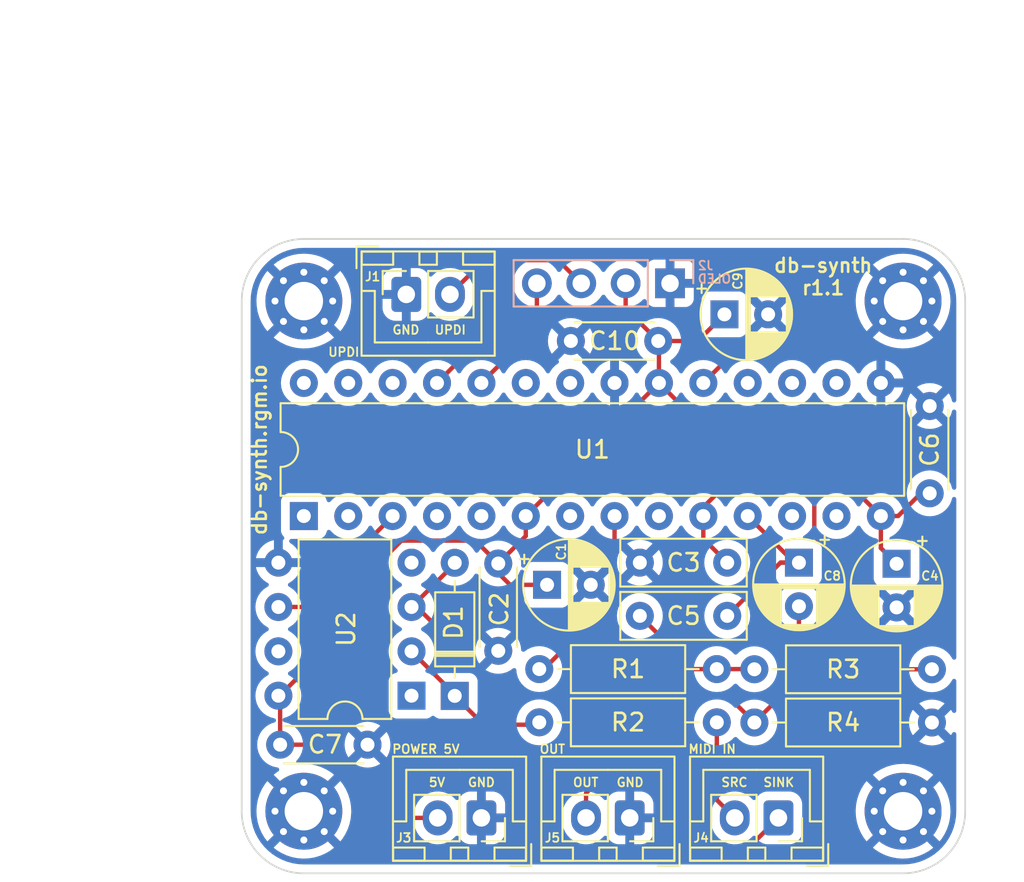
<source format=kicad_pcb>
(kicad_pcb (version 20211014) (generator pcbnew)
  (title_block (title "db-synth") (date "2022-07-20") (rev "1.1"))
  (layers (0 "F.Cu" signal) (31 "B.Cu" signal) (34 "B.Paste" user) (35 "F.Paste" user) (36 "B.SilkS" user "B.Silkscreen") (37 "F.SilkS" user "F.Silkscreen") (38 "B.Mask" user) (39 "F.Mask" user) (44 "Edge.Cuts" user))
  (net 0 "")
  (net 1 "VCC")
  (net 2 "GND")
  (net 3 "Net-(C5-Pad1)")
  (net 4 "OPAMP_INP")
  (net 5 "Net-(C8-Pad2)")
  (net 6 "OPAMP_OUT")
  (net 7 "Net-(D1-Pad1)")
  (net 8 "Net-(D1-Pad2)")
  (net 9 "Net-(J1-Pad2)")
  (net 10 "I2C_SCL")
  (net 11 "I2C_SDA")
  (net 12 "Net-(J4-Pad2)")
  (net 13 "DAC_OUT")
  (net 14 "MIDI_RX")
  (footprint "Package_DIP:DIP-28_W7.62mm" (layer "F.Cu") (at 133.096 95.24 90)
    (fp_text reference "U1" (at 3.81 16.51 180) (layer "F.SilkS"))
    (fp_text value "AVR128DB28")
    (pad "1" thru_hole rect (at 0 0 90) (size 1.6 1.6) (drill 0.8) (layers *.Cu *.Mask))
    (pad "2" thru_hole oval (at 0 2.54 90) (size 1.6 1.6) (drill 0.8) (layers *.Cu *.Mask))
    (pad "3" thru_hole oval (at 0 5.08 90) (size 1.6 1.6) (drill 0.8) (layers *.Cu *.Mask) (net 14 "MIDI_RX"))
    (pad "4" thru_hole oval (at 0 7.62 90) (size 1.6 1.6) (drill 0.8) (layers *.Cu *.Mask))
    (pad "5" thru_hole oval (at 0 10.16 90) (size 1.6 1.6) (drill 0.8) (layers *.Cu *.Mask))
    (pad "6" thru_hole oval (at 0 12.7 90) (size 1.6 1.6) (drill 0.8) (layers *.Cu *.Mask) (net 1 "VCC"))
    (pad "7" thru_hole oval (at 0 15.24 90) (size 1.6 1.6) (drill 0.8) (layers *.Cu *.Mask))
    (pad "8" thru_hole oval (at 0 17.78 90) (size 1.6 1.6) (drill 0.8) (layers *.Cu *.Mask) (net 13 "DAC_OUT"))
    (pad "9" thru_hole oval (at 0 20.32 90) (size 1.6 1.6) (drill 0.8) (layers *.Cu *.Mask))
    (pad "10" thru_hole oval (at 0 22.86 90) (size 1.6 1.6) (drill 0.8) (layers *.Cu *.Mask) (net 4 "OPAMP_INP"))
    (pad "11" thru_hole oval (at 0 25.4 90) (size 1.6 1.6) (drill 0.8) (layers *.Cu *.Mask) (net 6 "OPAMP_OUT"))
    (pad "12" thru_hole oval (at 0 27.94 90) (size 1.6 1.6) (drill 0.8) (layers *.Cu *.Mask))
    (pad "13" thru_hole oval (at 0 30.48 90) (size 1.6 1.6) (drill 0.8) (layers *.Cu *.Mask))
    (pad "14" thru_hole oval (at 0 33.02 90) (size 1.6 1.6) (drill 0.8) (layers *.Cu *.Mask) (net 1 "VCC"))
    (pad "15" thru_hole oval (at 7.62 33.02 90) (size 1.6 1.6) (drill 0.8) (layers *.Cu *.Mask) (net 2 "GND"))
    (pad "16" thru_hole oval (at 7.62 30.48 90) (size 1.6 1.6) (drill 0.8) (layers *.Cu *.Mask))
    (pad "17" thru_hole oval (at 7.62 27.94 90) (size 1.6 1.6) (drill 0.8) (layers *.Cu *.Mask))
    (pad "18" thru_hole oval (at 7.62 25.4 90) (size 1.6 1.6) (drill 0.8) (layers *.Cu *.Mask))
    (pad "19" thru_hole oval (at 7.62 22.86 90) (size 1.6 1.6) (drill 0.8) (layers *.Cu *.Mask) (net 9 "Net-(J1-Pad2)"))
    (pad "20" thru_hole oval (at 7.62 20.32 90) (size 1.6 1.6) (drill 0.8) (layers *.Cu *.Mask) (net 1 "VCC"))
    (pad "21" thru_hole oval (at 7.62 17.78 90) (size 1.6 1.6) (drill 0.8) (layers *.Cu *.Mask) (net 2 "GND"))
    (pad "22" thru_hole oval (at 7.62 15.24 90) (size 1.6 1.6) (drill 0.8) (layers *.Cu *.Mask))
    (pad "23" thru_hole oval (at 7.62 12.7 90) (size 1.6 1.6) (drill 0.8) (layers *.Cu *.Mask))
    (pad "24" thru_hole oval (at 7.62 10.16 90) (size 1.6 1.6) (drill 0.8) (layers *.Cu *.Mask) (net 11 "I2C_SDA"))
    (pad "25" thru_hole oval (at 7.62 7.62 90) (size 1.6 1.6) (drill 0.8) (layers *.Cu *.Mask) (net 10 "I2C_SCL"))
    (pad "26" thru_hole oval (at 7.62 5.08 90) (size 1.6 1.6) (drill 0.8) (layers *.Cu *.Mask))
    (pad "27" thru_hole oval (at 7.62 2.54 90) (size 1.6 1.6) (drill 0.8) (layers *.Cu *.Mask))
    (pad "28" thru_hole oval (at 7.62 0 90) (size 1.6 1.6) (drill 0.8) (layers *.Cu *.Mask))
  )
  (footprint "Capacitor_THT:CP_Radial_D5.0mm_P2.50mm" (layer "F.Cu") (at 167.015 97.971888 -90)
    (fp_text reference "C4" (at 0.697113 -1.905) (layer "F.SilkS") (effects (font (size 0.5 0.5) (thickness 0.1))))
    (fp_text value "10u")
    (pad "1" thru_hole rect (at 0 0 270) (size 1.6 1.6) (drill 0.8) (layers *.Cu *.Mask) (net 1 "VCC"))
    (pad "2" thru_hole circle (at 2.5 0 270) (size 1.6 1.6) (drill 0.8) (layers *.Cu *.Mask) (net 2 "GND"))
  )
  (footprint "MountingHole:MountingHole_2.2mm_M2_Pad_Via" (layer "F.Cu") (at 133.096 82.931)
    (fp_text reference "H1" hide)
    (fp_text value "MountingHole_Pad")
    (pad "1" thru_hole circle (at 1.65 0) (size 0.7 0.7) (drill 0.4) (layers *.Cu *.Mask) (net 2 "GND"))
    (pad "1" thru_hole circle (at 0 0) (size 4.4 4.4) (drill 2.2) (layers *.Cu *.Mask) (net 2 "GND"))
    (pad "1" thru_hole circle (at 1.166726 1.166726) (size 0.7 0.7) (drill 0.4) (layers *.Cu *.Mask) (net 2 "GND"))
    (pad "1" thru_hole circle (at 0 -1.65) (size 0.7 0.7) (drill 0.4) (layers *.Cu *.Mask) (net 2 "GND"))
    (pad "1" thru_hole circle (at -1.166726 1.166726) (size 0.7 0.7) (drill 0.4) (layers *.Cu *.Mask) (net 2 "GND"))
    (pad "1" thru_hole circle (at -1.65 0) (size 0.7 0.7) (drill 0.4) (layers *.Cu *.Mask) (net 2 "GND"))
    (pad "1" thru_hole circle (at 1.166726 -1.166726) (size 0.7 0.7) (drill 0.4) (layers *.Cu *.Mask) (net 2 "GND"))
    (pad "1" thru_hole circle (at -1.166726 -1.166726) (size 0.7 0.7) (drill 0.4) (layers *.Cu *.Mask) (net 2 "GND"))
    (pad "1" thru_hole circle (at 0 1.65) (size 0.7 0.7) (drill 0.4) (layers *.Cu *.Mask) (net 2 "GND"))
  )
  (footprint "MountingHole:MountingHole_2.2mm_M2_Pad_Via" (layer "F.Cu") (at 133.096 112.141)
    (fp_text reference "H3" hide)
    (fp_text value "MountingHole_Pad")
    (pad "1" thru_hole circle (at 0 0) (size 4.4 4.4) (drill 2.2) (layers *.Cu *.Mask) (net 2 "GND"))
    (pad "1" thru_hole circle (at -1.166726 1.166726) (size 0.7 0.7) (drill 0.4) (layers *.Cu *.Mask) (net 2 "GND"))
    (pad "1" thru_hole circle (at -1.65 0) (size 0.7 0.7) (drill 0.4) (layers *.Cu *.Mask) (net 2 "GND"))
    (pad "1" thru_hole circle (at 1.166726 -1.166726) (size 0.7 0.7) (drill 0.4) (layers *.Cu *.Mask) (net 2 "GND"))
    (pad "1" thru_hole circle (at 1.166726 1.166726) (size 0.7 0.7) (drill 0.4) (layers *.Cu *.Mask) (net 2 "GND"))
    (pad "1" thru_hole circle (at 0 -1.65) (size 0.7 0.7) (drill 0.4) (layers *.Cu *.Mask) (net 2 "GND"))
    (pad "1" thru_hole circle (at 1.65 0) (size 0.7 0.7) (drill 0.4) (layers *.Cu *.Mask) (net 2 "GND"))
    (pad "1" thru_hole circle (at 0 1.65) (size 0.7 0.7) (drill 0.4) (layers *.Cu *.Mask) (net 2 "GND"))
    (pad "1" thru_hole circle (at -1.166726 -1.166726) (size 0.7 0.7) (drill 0.4) (layers *.Cu *.Mask) (net 2 "GND"))
  )
  (footprint "Connector_JST_with_PinSocket:JST_XH_B2B-XH-A_PinSocket_1x02_P2.50mm_Vertical" (layer "F.Cu") (at 160.254 112.522 180)
    (fp_text reference "J4" (at 4.425 -1.143 180) (layer "F.SilkS") (effects (font (size 0.5 0.5) (thickness 0.1))))
    (fp_text value "JST XH 2P")
    (fp_text user "MIDI IN" (at 3.79 3.937 unlocked) (layer "F.SilkS") (effects (font (size 0.5 0.5) (thickness 0.1))))
    (pad "1" thru_hole roundrect (at 0 0 180) (size 1.7 2) (drill 1) (layers *.Cu *.Mask) (roundrect_rratio 0.1470588235) (net 8 "Net-(D1-Pad2)"))
    (pad "2" thru_hole oval (at 2.5 0 180) (size 1.7 2) (drill 1) (layers *.Cu *.Mask) (net 12 "Net-(J4-Pad2)"))
  )
  (footprint "Capacitor_THT:CP_Radial_D5.0mm_P2.50mm" (layer "F.Cu") (at 161.427 97.907 -90)
    (fp_text reference "C8" (at 0.762 -1.905 180) (layer "F.SilkS") (effects (font (size 0.5 0.5) (thickness 0.1))))
    (fp_text value "10u")
    (pad "1" thru_hole rect (at 0 0 270) (size 1.6 1.6) (drill 0.8) (layers *.Cu *.Mask) (net 6 "OPAMP_OUT"))
    (pad "2" thru_hole circle (at 2.5 0 270) (size 1.6 1.6) (drill 0.8) (layers *.Cu *.Mask) (net 5 "Net-(C8-Pad2)"))
  )
  (footprint "Capacitor_THT:C_Disc_D4.3mm_W1.9mm_P5.00mm" (layer "F.Cu") (at 153.376 85.217 180)
    (fp_text reference "C10" (at 2.5 0) (layer "F.SilkS"))
    (fp_text value "100n")
    (pad "1" thru_hole circle (at 0 0 180) (size 1.6 1.6) (drill 0.8) (layers *.Cu *.Mask) (net 1 "VCC"))
    (pad "2" thru_hole circle (at 5 0 180) (size 1.6 1.6) (drill 0.8) (layers *.Cu *.Mask) (net 2 "GND"))
  )
  (footprint "Connector_JST_with_PinSocket:JST_XH_B2B-XH-A_PinSocket_1x02_P2.50mm_Vertical" (layer "F.Cu") (at 143.256 112.522 180)
    (fp_text reference "J3" (at 4.445 -1.143 180) (layer "F.SilkS") (effects (font (size 0.5 0.5) (thickness 0.1))))
    (fp_text value "JST XH 2P")
    (fp_text user "POWER 5V" (at 3.175 3.937 unlocked) (layer "F.SilkS") (effects (font (size 0.5 0.5) (thickness 0.1))))
    (pad "1" thru_hole roundrect (at 0 0 180) (size 1.7 2) (drill 1) (layers *.Cu *.Mask) (roundrect_rratio 0.1470588235) (net 2 "GND"))
    (pad "2" thru_hole oval (at 2.5 0 180) (size 1.7 2) (drill 1) (layers *.Cu *.Mask) (net 1 "VCC"))
  )
  (footprint "Resistor_THT:R_Axial_DIN0207_L6.3mm_D2.5mm_P10.16mm_Horizontal" (layer "F.Cu") (at 169.037 107.061 180)
    (fp_text reference "R4" (at 5.08 0 180) (layer "F.SilkS"))
    (fp_text value "10k")
    (pad "1" thru_hole circle (at 0 0 180) (size 1.6 1.6) (drill 0.8) (layers *.Cu *.Mask) (net 2 "GND"))
    (pad "2" thru_hole oval (at 10.16 0 180) (size 1.6 1.6) (drill 0.8) (layers *.Cu *.Mask) (net 5 "Net-(C8-Pad2)"))
  )
  (footprint "Capacitor_THT:C_Rect_L7.0mm_W2.5mm_P5.00mm" (layer "F.Cu") (at 152.323 100.955)
    (fp_text reference "C5" (at 2.5 0 180) (layer "F.SilkS"))
    (fp_text value "4n7")
    (pad "1" thru_hole circle (at 0 0) (size 1.6 1.6) (drill 0.8) (layers *.Cu *.Mask) (net 3 "Net-(C5-Pad1)"))
    (pad "2" thru_hole circle (at 5 0) (size 1.6 1.6) (drill 0.8) (layers *.Cu *.Mask) (net 6 "OPAMP_OUT"))
  )
  (footprint "Capacitor_THT:C_Rect_L7.0mm_W2.5mm_P5.00mm" (layer "F.Cu") (at 157.323 97.907 180)
    (fp_text reference "C3" (at 2.5 0 180) (layer "F.SilkS"))
    (fp_text value "4n7")
    (pad "1" thru_hole circle (at 0 0 180) (size 1.6 1.6) (drill 0.8) (layers *.Cu *.Mask) (net 4 "OPAMP_INP"))
    (pad "2" thru_hole circle (at 5 0 180) (size 1.6 1.6) (drill 0.8) (layers *.Cu *.Mask) (net 2 "GND"))
  )
  (footprint "Resistor_THT:R_Axial_DIN0207_L6.3mm_D2.5mm_P10.16mm_Horizontal" (layer "F.Cu") (at 146.568 107.051)
    (fp_text reference "R2" (at 5.08 0 180) (layer "F.SilkS"))
    (fp_text value "220R")
    (pad "1" thru_hole circle (at 0 0) (size 1.6 1.6) (drill 0.8) (layers *.Cu *.Mask) (net 7 "Net-(D1-Pad1)"))
    (pad "2" thru_hole oval (at 10.16 0) (size 1.6 1.6) (drill 0.8) (layers *.Cu *.Mask) (net 12 "Net-(J4-Pad2)"))
  )
  (footprint "MountingHole:MountingHole_2.2mm_M2_Pad_Via" (layer "F.Cu") (at 167.386 82.931)
    (fp_text reference "H2" hide)
    (fp_text value "MountingHole_Pad")
    (pad "1" thru_hole circle (at -1.65 0) (size 0.7 0.7) (drill 0.4) (layers *.Cu *.Mask) (net 2 "GND"))
    (pad "1" thru_hole circle (at 0 0) (size 4.4 4.4) (drill 2.2) (layers *.Cu *.Mask) (net 2 "GND"))
    (pad "1" thru_hole circle (at 0 1.65) (size 0.7 0.7) (drill 0.4) (layers *.Cu *.Mask) (net 2 "GND"))
    (pad "1" thru_hole circle (at 1.166726 -1.166726) (size 0.7 0.7) (drill 0.4) (layers *.Cu *.Mask) (net 2 "GND"))
    (pad "1" thru_hole circle (at -1.166726 1.166726) (size 0.7 0.7) (drill 0.4) (layers *.Cu *.Mask) (net 2 "GND"))
    (pad "1" thru_hole circle (at 1.65 0) (size 0.7 0.7) (drill 0.4) (layers *.Cu *.Mask) (net 2 "GND"))
    (pad "1" thru_hole circle (at 0 -1.65) (size 0.7 0.7) (drill 0.4) (layers *.Cu *.Mask) (net 2 "GND"))
    (pad "1" thru_hole circle (at 1.166726 1.166726) (size 0.7 0.7) (drill 0.4) (layers *.Cu *.Mask) (net 2 "GND"))
    (pad "1" thru_hole circle (at -1.166726 -1.166726) (size 0.7 0.7) (drill 0.4) (layers *.Cu *.Mask) (net 2 "GND"))
  )
  (footprint "Package_DIP:DIP-8_W7.62mm" (layer "F.Cu") (at 139.2582 105.527 180)
    (fp_text reference "U2" (at 3.7392 3.81 90) (layer "F.SilkS"))
    (fp_text value "6N137")
    (pad "1" thru_hole rect (at 0 0 180) (size 1.6 1.6) (drill 0.8) (layers *.Cu *.Mask))
    (pad "2" thru_hole oval (at 0 2.54 180) (size 1.6 1.6) (drill 0.8) (layers *.Cu *.Mask) (net 7 "Net-(D1-Pad1)"))
    (pad "3" thru_hole oval (at 0 5.08 180) (size 1.6 1.6) (drill 0.8) (layers *.Cu *.Mask) (net 8 "Net-(D1-Pad2)"))
    (pad "4" thru_hole oval (at 0 7.62 180) (size 1.6 1.6) (drill 0.8) (layers *.Cu *.Mask))
    (pad "5" thru_hole oval (at 7.62 7.62 180) (size 1.6 1.6) (drill 0.8) (layers *.Cu *.Mask) (net 2 "GND"))
    (pad "6" thru_hole oval (at 7.62 5.08 180) (size 1.6 1.6) (drill 0.8) (layers *.Cu *.Mask) (net 14 "MIDI_RX"))
    (pad "7" thru_hole oval (at 7.62 2.54 180) (size 1.6 1.6) (drill 0.8) (layers *.Cu *.Mask))
    (pad "8" thru_hole oval (at 7.62 0 180) (size 1.6 1.6) (drill 0.8) (layers *.Cu *.Mask) (net 1 "VCC"))
  )
  (footprint "Connector_JST_with_PinSocket:JST_XH_B2B-XH-A_PinSocket_1x02_P2.50mm_Vertical" (layer "F.Cu") (at 138.958 82.55)
    (fp_text reference "J1" (at -1.925 -1.016) (layer "F.SilkS") (effects (font (size 0.5 0.5) (thickness 0.1))))
    (fp_text value "JST XH 2P")
    (fp_text user "UPDI" (at -3.576 3.302 unlocked) (layer "F.SilkS") (effects (font (size 0.5 0.5) (thickness 0.1))))
    (pad "1" thru_hole roundrect (at 0 0) (size 1.7 2) (drill 1) (layers *.Cu *.Mask) (roundrect_rratio 0.1470588235) (net 2 "GND"))
    (pad "2" thru_hole oval (at 2.5 0) (size 1.7 2) (drill 1) (layers *.Cu *.Mask) (net 9 "Net-(J1-Pad2)"))
  )
  (footprint "Resistor_THT:R_Axial_DIN0207_L6.3mm_D2.5mm_P10.16mm_Horizontal" (layer "F.Cu") (at 146.568 104.003)
    (fp_text reference "R1" (at 5.08 0 180) (layer "F.SilkS"))
    (fp_text value "2k2")
    (pad "1" thru_hole circle (at 0 0) (size 1.6 1.6) (drill 0.8) (layers *.Cu *.Mask) (net 13 "DAC_OUT"))
    (pad "2" thru_hole oval (at 10.16 0) (size 1.6 1.6) (drill 0.8) (layers *.Cu *.Mask) (net 3 "Net-(C5-Pad1)"))
  )
  (footprint "Diode_THT:D_DO-35_SOD27_P7.62mm_Horizontal" (layer "F.Cu") (at 141.732 105.537 90)
    (fp_text reference "D1" (at 4.201 -0.0662 90) (layer "F.SilkS"))
    (fp_text value "1N4148")
    (pad "1" thru_hole rect (at 0 0 90) (size 1.6 1.6) (drill 0.8) (layers *.Cu *.Mask) (net 7 "Net-(D1-Pad1)"))
    (pad "2" thru_hole oval (at 7.62 0 90) (size 1.6 1.6) (drill 0.8) (layers *.Cu *.Mask) (net 8 "Net-(D1-Pad2)"))
  )
  (footprint "Capacitor_THT:C_Disc_D4.3mm_W1.9mm_P5.00mm" (layer "F.Cu") (at 131.739 108.331)
    (fp_text reference "C7" (at 2.5608 -0.01 180) (layer "F.SilkS"))
    (fp_text value "100n")
    (pad "1" thru_hole circle (at 0 0) (size 1.6 1.6) (drill 0.8) (layers *.Cu *.Mask) (net 1 "VCC"))
    (pad "2" thru_hole circle (at 5 0) (size 1.6 1.6) (drill 0.8) (layers *.Cu *.Mask) (net 2 "GND"))
  )
  (footprint "Resistor_THT:R_Axial_DIN0207_L6.3mm_D2.5mm_P10.16mm_Horizontal" (layer "F.Cu") (at 158.877 104.013)
    (fp_text reference "R3" (at 5.08 0) (layer "F.SilkS"))
    (fp_text value "2k2")
    (pad "1" thru_hole circle (at 0 0) (size 1.6 1.6) (drill 0.8) (layers *.Cu *.Mask) (net 3 "Net-(C5-Pad1)"))
    (pad "2" thru_hole oval (at 10.16 0) (size 1.6 1.6) (drill 0.8) (layers *.Cu *.Mask) (net 4 "OPAMP_INP"))
  )
  (footprint "MountingHole:MountingHole_2.2mm_M2_Pad_Via" (layer "F.Cu") (at 167.386 112.141)
    (fp_text reference "H4" hide)
    (fp_text value "MountingHole_Pad")
    (pad "1" thru_hole circle (at -1.65 0) (size 0.7 0.7) (drill 0.4) (layers *.Cu *.Mask) (net 2 "GND"))
    (pad "1" thru_hole circle (at -1.166726 1.166726) (size 0.7 0.7) (drill 0.4) (layers *.Cu *.Mask) (net 2 "GND"))
    (pad "1" thru_hole circle (at 1.166726 -1.166726) (size 0.7 0.7) (drill 0.4) (layers *.Cu *.Mask) (net 2 "GND"))
    (pad "1" thru_hole circle (at 0 0) (size 4.4 4.4) (drill 2.2) (layers *.Cu *.Mask) (net 2 "GND"))
    (pad "1" thru_hole circle (at 0 -1.65) (size 0.7 0.7) (drill 0.4) (layers *.Cu *.Mask) (net 2 "GND"))
    (pad "1" thru_hole circle (at 1.166726 1.166726) (size 0.7 0.7) (drill 0.4) (layers *.Cu *.Mask) (net 2 "GND"))
    (pad "1" thru_hole circle (at 0 1.65) (size 0.7 0.7) (drill 0.4) (layers *.Cu *.Mask) (net 2 "GND"))
    (pad "1" thru_hole circle (at 1.65 0) (size 0.7 0.7) (drill 0.4) (layers *.Cu *.Mask) (net 2 "GND"))
    (pad "1" thru_hole circle (at -1.166726 -1.166726) (size 0.7 0.7) (drill 0.4) (layers *.Cu *.Mask) (net 2 "GND"))
  )
  (footprint "Connector_JST_with_PinSocket:JST_XH_B2B-XH-A_PinSocket_1x02_P2.50mm_Vertical" (layer "F.Cu") (at 151.745 112.522 180)
    (fp_text reference "J5" (at 4.425 -1.143 180) (layer "F.SilkS") (effects (font (size 0.5 0.5) (thickness 0.1))))
    (fp_text value "JST XH 2P")
    (fp_text user "OUT" (at 4.425 3.937 unlocked) (layer "F.SilkS") (effects (font (size 0.5 0.5) (thickness 0.1))))
    (pad "1" thru_hole roundrect (at 0 0 180) (size 1.7 2) (drill 1) (layers *.Cu *.Mask) (roundrect_rratio 0.1470588235) (net 2 "GND"))
    (pad "2" thru_hole oval (at 2.5 0 180) (size 1.7 2) (drill 1) (layers *.Cu *.Mask) (net 5 "Net-(C8-Pad2)"))
  )
  (footprint "Capacitor_THT:CP_Radial_D5.0mm_P2.50mm" (layer "F.Cu") (at 157.163888 83.693)
    (fp_text reference "C9" (at 0.762 -1.905 270) (layer "F.SilkS") (effects (font (size 0.5 0.5) (thickness 0.1))))
    (fp_text value "10u")
    (pad "1" thru_hole rect (at 0 0) (size 1.6 1.6) (drill 0.8) (layers *.Cu *.Mask) (net 1 "VCC"))
    (pad "2" thru_hole circle (at 2.5 0) (size 1.6 1.6) (drill 0.8) (layers *.Cu *.Mask) (net 2 "GND"))
  )
  (footprint "Capacitor_THT:C_Disc_D4.3mm_W1.9mm_P5.00mm" (layer "F.Cu") (at 144.2212 97.957 -90)
    (fp_text reference "C2" (at 2.617 -0.0608 90) (layer "F.SilkS"))
    (fp_text value "100n")
    (pad "1" thru_hole circle (at 0 0 270) (size 1.6 1.6) (drill 0.8) (layers *.Cu *.Mask) (net 1 "VCC"))
    (pad "2" thru_hole circle (at 5 0 270) (size 1.6 1.6) (drill 0.8) (layers *.Cu *.Mask) (net 2 "GND"))
  )
  (footprint "Capacitor_THT:C_Disc_D4.3mm_W1.9mm_P5.00mm" (layer "F.Cu") (at 168.91 93.94 90)
    (fp_text reference "C6" (at 2.5 0 90) (layer "F.SilkS"))
    (fp_text value "100n")
    (pad "1" thru_hole circle (at 0 0 90) (size 1.6 1.6) (drill 0.8) (layers *.Cu *.Mask) (net 1 "VCC"))
    (pad "2" thru_hole circle (at 5 0 90) (size 1.6 1.6) (drill 0.8) (layers *.Cu *.Mask) (net 2 "GND"))
  )
  (footprint "Capacitor_THT:CP_Radial_D5.0mm_P2.50mm" (layer "F.Cu") (at 147.013888 99.177)
    (fp_text reference "C1" (at 0.814112 -1.895 270) (layer "F.SilkS") (effects (font (size 0.5 0.5) (thickness 0.1))))
    (fp_text value "10u")
    (pad "1" thru_hole rect (at 0 0) (size 1.6 1.6) (drill 0.8) (layers *.Cu *.Mask) (net 1 "VCC"))
    (pad "2" thru_hole circle (at 2.5 0) (size 1.6 1.6) (drill 0.8) (layers *.Cu *.Mask) (net 2 "GND"))
  )
  (footprint "Connector_PinSocket_2.54mm:PinSocket_1x04_P2.54mm_Vertical" (layer "B.Cu") (at 154.051 81.915 90)
    (fp_text reference "J2" (at 1.016 2.032 180) (layer "B.SilkS") (effects (font (size 0.5 0.5) (thickness 0.1)) (justify mirror)))
    (fp_text value "Pin Socket 1x4")
    (fp_text user "OLED" (at 0.254 2.54 unlocked) (layer "B.SilkS") (effects (font (size 0.5 0.5) (thickness 0.1)) (justify mirror)))
    (pad "1" thru_hole rect (at 0 0 90) (size 1.7 1.7) (drill 1) (layers *.Cu *.Mask) (net 2 "GND"))
    (pad "2" thru_hole oval (at 0 -2.54 90) (size 1.7 1.7) (drill 1) (layers *.Cu *.Mask) (net 1 "VCC"))
    (pad "3" thru_hole oval (at 0 -5.08 90) (size 1.7 1.7) (drill 1) (layers *.Cu *.Mask) (net 10 "I2C_SCL"))
    (pad "4" thru_hole oval (at 0 -7.62 90) (size 1.7 1.7) (drill 1) (layers *.Cu *.Mask) (net 11 "I2C_SDA"))
  )
  (gr_line (start 170.942 112.141) (end 170.942 82.931) (layer "Edge.Cuts") (width 0.1))
  (gr_arc (start 167.386 79.375) (mid 169.900472 80.416528) (end 170.942 82.931) (layer "Edge.Cuts") (width 0.1))
  (gr_arc (start 170.942 112.141) (mid 169.900472 114.655472) (end 167.386 115.697) (layer "Edge.Cuts") (width 0.1))
  (gr_line (start 133.096 115.697) (end 167.386 115.697) (layer "Edge.Cuts") (width 0.1))
  (gr_line (start 133.096 79.375) (end 167.386 79.375) (layer "Edge.Cuts") (width 0.1))
  (gr_arc (start 129.54 82.931) (mid 130.581528 80.416528) (end 133.096 79.375) (layer "Edge.Cuts") (width 0.1))
  (gr_arc (start 133.096 115.697) (mid 130.581528 114.655472) (end 129.54 112.141) (layer "Edge.Cuts") (width 0.1))
  (gr_line (start 129.54 112.141) (end 129.54 82.931) (layer "Edge.Cuts") (width 0.1))
  (gr_text "SRC" (at 157.734 110.49) (layer "F.SilkS") (effects (font (size 0.5 0.5) (thickness 0.1))))
  (gr_text "SINK" (at 160.274 110.49) (layer "F.SilkS") (effects (font (size 0.5 0.5) (thickness 0.1))))
  (gr_text "OUT" (at 149.225 110.49) (layer "F.SilkS") (effects (font (size 0.5 0.5) (thickness 0.1))))
  (gr_text "GND" (at 138.938 84.582) (layer "F.SilkS") (effects (font (size 0.5 0.5) (thickness 0.1))))
  (gr_text "db-synth.rgm.io" (at 130.556 91.44 90) (layer "F.SilkS") (effects (font (size 0.8 0.8))))
  (gr_text "5V" (at 140.716 110.49) (layer "F.SilkS") (effects (font (size 0.5 0.5) (thickness 0.1))))
  (gr_text "GND" (at 143.256 110.49) (layer "F.SilkS") (effects (font (size 0.5 0.5) (thickness 0.1))))
  (gr_text "UPDI" (at 141.478 84.582) (layer "F.SilkS") (effects (font (size 0.5 0.5) (thickness 0.1))))
  (gr_text "db-synth\nr1.1" (at 162.814 81.534) (layer "F.SilkS") (effects (font (size 0.8 0.8))))
  (gr_text "GND" (at 151.765 110.49) (layer "F.SilkS") (effects (font (size 0.5 0.5) (thickness 0.1))))
  (segment (start 145.796 95.24) (end 153.416 87.62) (width 0.25) (layer "F.Cu") (net 1))
  (segment (start 166.116 95.24) (end 163.771 92.895) (width 0.25) (layer "F.Cu") (net 1))
  (segment (start 137.668 97.663) (end 138.684 96.647) (width 0.25) (layer "F.Cu") (net 1))
  (segment (start 167.102 95.24) (end 168.402 93.94) (width 0.25) (layer "F.Cu") (net 1))
  (segment (start 145.796 96.3822) (end 145.796 95.24) (width 0.25) (layer "F.Cu") (net 1))
  (segment (start 144.2212 98.5012) (end 144.897 99.177) (width 0.25) (layer "F.Cu") (net 1))
  (segment (start 131.739 108.331) (end 131.739 105.6278) (width 0.25) (layer "F.Cu") (net 1))
  (segment (start 138.684 96.647) (end 142.9112 96.647) (width 0.25) (layer "F.Cu") (net 1))
  (segment (start 158.691 92.895) (end 153.416 87.62) (width 0.25) (layer "F.Cu") (net 1))
  (segment (start 137.668 99.568) (end 137.668 97.663) (width 0.25) (layer "F.Cu") (net 1))
  (segment (start 163.771 92.895) (end 158.691 92.895) (width 0.25) (layer "F.Cu") (net 1))
  (segment (start 131.6382 105.527) (end 131.709 105.527) (width 0.25) (layer "F.Cu") (net 1))
  (segment (start 166.116 95.24) (end 167.102 95.24) (width 0.25) (layer "F.Cu") (net 1))
  (segment (start 151.511 83.352) (end 153.376 85.217) (width 0.25) (layer "F.Cu") (net 1))
  (segment (start 131.709 105.527) (end 137.668 99.568) (width 0.25) (layer "F.Cu") (net 1))
  (segment (start 151.511 81.915) (end 151.511 83.352) (width 0.25) (layer "F.Cu") (net 1))
  (segment (start 134.112 108.331) (end 138.303 112.522) (width 0.25) (layer "F.Cu") (net 1))
  (segment (start 144.897 99.177) (end 147.013888 99.177) (width 0.25) (layer "F.Cu") (net 1))
  (segment (start 131.739 105.6278) (end 131.6382 105.527) (width 0.25) (layer "F.Cu") (net 1))
  (segment (start 153.416 87.62) (end 153.416 85.257) (width 0.25) (layer "F.Cu") (net 1))
  (segment (start 138.303 112.522) (end 140.756 112.522) (width 0.25) (layer "F.Cu") (net 1))
  (segment (start 155.639888 85.217) (end 157.163888 83.693) (width 0.25) (layer "F.Cu") (net 1))
  (segment (start 166.116 97.072888) (end 167.015 97.971888) (width 0.25) (layer "F.Cu") (net 1))
  (segment (start 144.2212 97.957) (end 145.796 96.3822) (width 0.25) (layer "F.Cu") (net 1))
  (segment (start 142.9112 96.647) (end 144.2212 97.957) (width 0.25) (layer "F.Cu") (net 1))
  (segment (start 131.739 108.331) (end 134.112 108.331) (width 0.25) (layer "F.Cu") (net 1))
  (segment (start 144.2212 97.957) (end 144.2212 98.5012) (width 0.25) (layer "F.Cu") (net 1))
  (segment (start 153.376 85.217) (end 155.639888 85.217) (width 0.25) (layer "F.Cu") (net 1))
  (segment (start 166.116 95.24) (end 166.116 97.072888) (width 0.25) (layer "F.Cu") (net 1))
  (segment (start 158.867 104.003) (end 158.877 104.013) (width 0.25) (layer "F.Cu") (net 3))
  (segment (start 156.728 104.003) (end 158.867 104.003) (width 0.25) (layer "F.Cu") (net 3))
  (segment (start 155.371 104.003) (end 152.323 100.955) (width 0.25) (layer "F.Cu") (net 3))
  (segment (start 156.728 104.003) (end 155.371 104.003) (width 0.25) (layer "F.Cu") (net 3))
  (segment (start 155.956 95.24) (end 155.956 96.54) (width 0.25) (layer "F.Cu") (net 4))
  (segment (start 164.211 98.298) (end 164.211 102.108) (width 0.25) (layer "F.Cu") (net 4))
  (segment (start 164.211 102.108) (end 166.116 104.013) (width 0.25) (layer "F.Cu") (net 4))
  (segment (start 161.163 93.345) (end 162.306 94.488) (width 0.25) (layer "F.Cu") (net 4))
  (segment (start 157.343 93.345) (end 161.163 93.345) (width 0.25) (layer "F.Cu") (net 4))
  (segment (start 162.306 94.488) (end 162.306 96.393) (width 0.25) (layer "F.Cu") (net 4))
  (segment (start 155.448 95.24) (end 157.343 93.345) (width 0.25) (layer "F.Cu") (net 4))
  (segment (start 155.956 96.54) (end 157.323 97.907) (width 0.25) (layer "F.Cu") (net 4))
  (segment (start 166.116 104.013) (end 169.037 104.013) (width 0.25) (layer "F.Cu") (net 4))
  (segment (start 162.306 96.393) (end 164.211 98.298) (width 0.25) (layer "F.Cu") (net 4))
  (segment (start 154.813 105.537) (end 157.353 105.537) (width 0.25) (layer "F.Cu") (net 5))
  (segment (start 161.427 104.511) (end 158.877 107.061) (width 0.25) (layer "F.Cu") (net 5))
  (segment (start 157.353 105.537) (end 158.877 107.061) (width 0.25) (layer "F.Cu") (net 5))
  (segment (start 161.427 100.407) (end 161.427 104.511) (width 0.25) (layer "F.Cu") (net 5))
  (segment (start 149.245 111.105) (end 154.813 105.537) (width 0.25) (layer "F.Cu") (net 5))
  (segment (start 149.245 112.522) (end 149.245 111.105) (width 0.25) (layer "F.Cu") (net 5))
  (segment (start 161.427 97.907) (end 160.391 97.907) (width 0.25) (layer "F.Cu") (net 6))
  (segment (start 157.323 100.955) (end 160.371 97.907) (width 0.25) (layer "F.Cu") (net 6))
  (segment (start 158.496 95.24) (end 161.163 97.907) (width 0.25) (layer "F.Cu") (net 6))
  (segment (start 161.163 97.907) (end 161.427 97.907) (width 0.25) (layer "F.Cu") (net 6))
  (segment (start 160.371 97.907) (end 161.427 97.907) (width 0.25) (layer "F.Cu") (net 6))
  (segment (start 146.431 107.188) (end 146.568 107.051) (width 0.25) (layer "F.Cu") (net 7))
  (segment (start 139.2582 102.987) (end 141.732 105.4608) (width 0.25) (layer "F.Cu") (net 7))
  (segment (start 141.732 105.4608) (end 141.732 105.537) (width 0.25) (layer "F.Cu") (net 7))
  (segment (start 141.732 105.537) (end 143.383 107.188) (width 0.25) (layer "F.Cu") (net 7))
  (segment (start 143.383 107.188) (end 146.431 107.188) (width 0.25) (layer "F.Cu") (net 7))
  (segment (start 141.732 97.9732) (end 141.732 97.917) (width 0.25) (layer "F.Cu") (net 8))
  (segment (start 139.563 100.447) (end 144.653 105.537) (width 0.25) (layer "F.Cu") (net 8))
  (segment (start 147.193 111.125) (end 147.193 113.411) (width 0.25) (layer "F.Cu") (net 8))
  (segment (start 144.653 105.537) (end 147.193 105.537) (width 0.25) (layer "F.Cu") (net 8))
  (segment (start 139.2582 100.447) (end 141.732 97.9732) (width 0.25) (layer "F.Cu") (net 8))
  (segment (start 147.193 105.537) (end 148.082 106.426) (width 0.25) (layer "F.Cu") (net 8))
  (segment (start 139.2582 100.447) (end 139.563 100.447) (width 0.25) (layer "F.Cu") (net 8))
  (segment (start 148.082 106.426) (end 148.082 110.236) (width 0.25) (layer "F.Cu") (net 8))
  (segment (start 148.082 110.236) (end 147.193 111.125) (width 0.25) (layer "F.Cu") (net 8))
  (segment (start 147.193 113.411) (end 148.209 114.427) (width 0.25) (layer "F.Cu") (net 8))
  (segment (start 158.349 114.427) (end 160.254 112.522) (width 0.25) (layer "F.Cu") (net 8))
  (segment (start 148.209 114.427) (end 158.349 114.427) (width 0.25) (layer "F.Cu") (net 8))
  (segment (start 160.401 85.598) (end 161.29 84.709) (width 0.25) (layer "F.Cu") (net 9))
  (segment (start 143.871 80.137) (end 141.458 82.55) (width 0.25) (layer "F.Cu") (net 9))
  (segment (start 158.75 80.137) (end 143.871 80.137) (width 0.25) (layer "F.Cu") (net 9))
  (segment (start 157.978 85.598) (end 160.401 85.598) (width 0.25) (layer "F.Cu") (net 9))
  (segment (start 161.29 84.709) (end 161.29 82.677) (width 0.25) (layer "F.Cu") (net 9))
  (segment (start 161.29 82.677) (end 158.75 80.137) (width 0.25) (layer "F.Cu") (net 9))
  (segment (start 155.956 87.62) (end 157.978 85.598) (width 0.25) (layer "F.Cu") (net 9))
  (segment (start 147.643 80.587) (end 148.971 81.915) (width 0.25) (layer "F.Cu") (net 10))
  (segment (start 145.473 80.587) (end 147.643 80.587) (width 0.25) (layer "F.Cu") (net 10))
  (segment (start 144.399 81.661) (end 145.473 80.587) (width 0.25) (layer "F.Cu") (net 10))
  (segment (start 144.399 83.937) (end 144.399 81.661) (width 0.25) (layer "F.Cu") (net 10))
  (segment (start 140.716 87.62) (end 144.399 83.937) (width 0.25) (layer "F.Cu") (net 10))
  (segment (start 146.431 84.445) (end 143.256 87.62) (width 0.25) (layer "F.Cu") (net 11))
  (segment (start 146.431 81.915) (end 146.431 84.445) (width 0.25) (layer "F.Cu") (net 11))
  (segment (start 156.728 107.051) (end 156.728 111.496) (width 0.25) (layer "F.Cu") (net 12))
  (segment (start 156.728 111.496) (end 157.754 112.522) (width 0.25) (layer "F.Cu") (net 12))
  (segment (start 146.822 104.003) (end 150.876 99.949) (width 0.25) (layer "F.Cu") (net 13))
  (segment (start 146.568 104.003) (end 146.822 104.003) (width 0.25) (layer "F.Cu") (net 13))
  (segment (start 150.876 99.949) (end 150.876 95.24) (width 0.25) (layer "F.Cu") (net 13))
  (segment (start 132.979 100.447) (end 138.176 95.25) (width 0.25) (layer "F.Cu") (net 14))
  (segment (start 131.6382 100.447) (end 132.979 100.447) (width 0.25) (layer "F.Cu") (net 14))
  (segment (start 138.176 95.25) (end 138.176 95.24) (width 0.25) (layer "F.Cu") (net 14))
  (zone (net 2) (net_name "GND") (layer "B.Cu") (connect_pads (clearance 0.508)) (min_thickness 0.254) (fill yes (thermal_gap 0.508) (thermal_bridge_width 0.508))
    (polygon (pts (xy 170.942 115.697) (xy 129.54 115.697) (xy 129.54 79.375) (xy 170.942 79.375)))
  )
)
</source>
